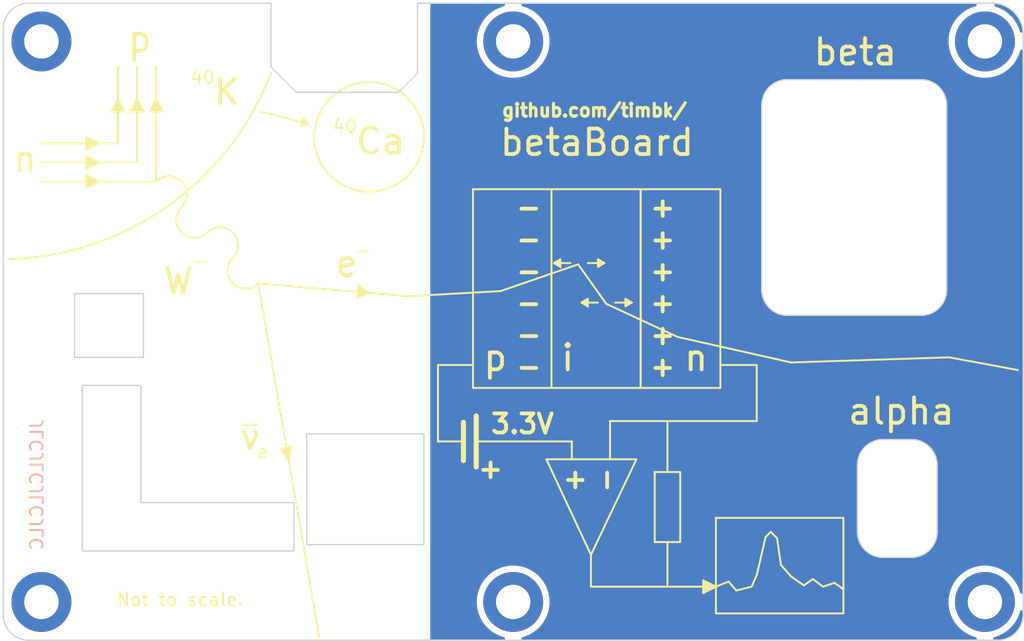
<source format=kicad_pcb>
(kicad_pcb (version 20221018) (generator pcbnew)
  (layers (0 "F.Cu" signal) (31 "B.Cu" signal) (34 "B.Paste" user) (35 "F.Paste" user) (36 "B.SilkS" user "B.Silkscreen") (37 "F.SilkS" user "F.Silkscreen") (38 "B.Mask" user) (39 "F.Mask" user) (44 "Edge.Cuts" user))
  (net 0 "")
  (net 1 "gnd")
  (footprint "MountingHole:MountingHole_2.2mm_M2" (layer "F.Cu") (at 80 77.25)
    (fp_text reference "REF**" hide)
    (fp_text value "MountingHole_2.2mm_M2")
    (pad "" np_thru_hole circle (at 0 0) (size 2.2 2.2) (drill 2.2) (layers "*.Cu" "*.Mask"))
  )
  (footprint "betaBoard:betaBoard_r2.0_outlines" (layer "F.Cu") (at 50 50)
    (fp_text reference "REF**" hide)
    (fp_text value "betaBoard_r2.0_outlines" hide)
    (fp_line (start 0 48) (end 0 2) (stroke (width 0.1)) (layer "Edge.Cuts"))
    (fp_line (start 2 0) (end 13.7416 0) (stroke (width 0.1)) (layer "Edge.Cuts"))
    (fp_line (start 13.7416 0) (end 21 0) (stroke (width 0.1)) (layer "Edge.Cuts"))
    (fp_line (start 37 0) (end 77.502643 0) (stroke (width 0.1)) (layer "Edge.Cuts"))
    (fp_line (start 78 50) (end 2 50) (stroke (width 0.1)) (layer "Edge.Cuts"))
    (fp_line (start 80 2.5) (end 80 48) (stroke (width 0.1)) (layer "Edge.Cuts"))
    (fp_arc (start 0 2) (mid 0.585786 0.585786) (end 2 0) (stroke (width 0.1)) (layer "Edge.Cuts"))
    (fp_arc (start 2 50) (mid 0.585786 49.414214) (end 0 48) (stroke (width 0.1)) (layer "Edge.Cuts"))
    (fp_arc (start 77.502643 0) (mid 79.286007 0.716653) (end 80.002643 2.5) (stroke (width 0.1)) (layer "Edge.Cuts"))
    (fp_arc (start 80 48) (mid 79.414214 49.414214) (end 78 50) (stroke (width 0.1)) (layer "Edge.Cuts"))
    (pad "1" thru_hole circle locked (at 3 3) (size 4.7 4.7) (drill 2.7) (layers "*.Cu" "*.Mask"))
    (pad "1" thru_hole circle locked (at 3 47) (size 4.7 4.7) (drill 2.7) (layers "*.Cu" "*.Mask"))
    (pad "1" thru_hole circle locked (at 40 3) (size 4.7 4.7) (drill 2.7) (layers "*.Cu" "*.Mask"))
    (pad "1" thru_hole circle locked (at 40 47 45) (size 4.7 4.7) (drill 2.7) (layers "*.Cu" "*.Mask"))
    (pad "1" thru_hole circle locked (at 77 3 45) (size 4.7 4.7) (drill 2.7) (layers "*.Cu" "*.Mask"))
    (pad "1" thru_hole circle locked (at 77 47 45) (size 4.7 4.7) (drill 2.7) (layers "*.Cu" "*.Mask"))
  )
  (gr_line (start 113.5 95.2) (end 114.3 95.8) (stroke (width 0.15)) (layer "F.SilkS"))
  (gr_poly (pts (xy 60 58.5) (xy 60.5 57.5) (xy 61 58.5)) (stroke (width 0.15)) (fill solid) (layer "F.SilkS"))
  (gr_line (start 84.1 78.4) (end 84.1 84.4) (stroke (width 0.15)) (layer "F.SilkS"))
  (gr_poly (pts (xy 92.6 85.8) (xy 99.667518 85.8) (xy 96.1 93.3)) (stroke (width 0.15)) (fill none) (layer "F.SilkS"))
  (gr_circle (center 78.698838 60.5) (end 82.198838 58) (stroke (width 0.15)) (fill none) (layer "F.SilkS"))
  (gr_line (start 97.6 82.8) (end 97.6 85.8) (stroke (width 0.15)) (layer "F.SilkS"))
  (gr_line (start 109.1 78.4) (end 106.25 78.4) (stroke (width 0.15)) (layer "F.SilkS"))
  (gr_line (start 87.1 82.4) (end 87.1 86.4) (stroke (width 0.4)) (layer "F.SilkS"))
  (gr_line (start 59 61) (end 59 55) (stroke (width 0.15)) (layer "F.SilkS"))
  (gr_arc (start 66 68) (mid 68 68) (end 68 70) (stroke (width 0.15)) (layer "F.SilkS"))
  (gr_poly (pts (xy 58.5 58.5) (xy 59 57.5) (xy 59.5 58.5)) (stroke (width 0.15)) (fill solid) (layer "F.SilkS"))
  (gr_line (start 102.1 92.3) (end 102.1 95.8) (stroke (width 0.15)) (layer "F.SilkS"))
  (gr_poly (pts (xy 61.5 58.5) (xy 62 57.5) (xy 62.5 58.5)) (stroke (width 0.15)) (fill solid) (layer "F.SilkS"))
  (gr_line (start 102.1 82.8) (end 102.1 86.8) (stroke (width 0.15)) (layer "F.SilkS"))
  (gr_line (start 105.9 95.8) (end 106.9 95.4) (stroke (width 0.15)) (layer "F.SilkS"))
  (gr_line (start 86.75 78.4) (end 84.1 78.4) (stroke (width 0.15)) (layer "F.SilkS"))
  (gr_line (start 111 94.1) (end 111.8 95) (stroke (width 0.15)) (layer "F.SilkS"))
  (gr_poly (pts (xy 78.65 72.75) (xy 77.85 72.1) (xy 77.75 73.15) (xy 78.65 72.75)) (stroke (width 0.15)) (fill solid) (layer "F.SilkS"))
  (gr_arc (start 62 64) (mid 64 64) (end 64 66) (stroke (width 0.15)) (layer "F.SilkS"))
  (gr_line (start 97.6 82.8) (end 102.1 82.8) (stroke (width 0.15)) (layer "F.SilkS"))
  (gr_poly (pts (xy 56.5 63.5) (xy 57.5 64) (xy 56.5 64.5)) (stroke (width 0.15)) (fill solid) (layer "F.SilkS"))
  (gr_line (start 97.3 73.6) (end 102.9 76.2) (stroke (width 0.15)) (layer "F.SilkS"))
  (gr_line (start 81.8 73) (end 89 72.6) (stroke (width 0.15)) (layer "F.SilkS"))
  (gr_line (start 102.1 95.8) (end 105.8 95.8) (stroke (width 0.15)) (layer "F.SilkS"))
  (gr_rect (start 100 64.6) (end 106.25 80.2) (stroke (width 0.15)) (fill none) (layer "F.SilkS"))
  (gr_poly (pts (xy 104.9 95.3) (xy 105.9 95.8) (xy 104.9 96.3)) (stroke (width 0.15)) (fill solid) (layer "F.SilkS"))
  (gr_line (start 70.25 58.5) (end 74 59.5) (stroke (width 0.15)) (layer "F.SilkS"))
  (gr_line (start 98 73.5) (end 99.3 73.5) (stroke (width 0.15)) (layer "F.SilkS"))
  (gr_arc (start 71 55.5) (mid 62.911679 65.923873) (end 50.391835 70.086995) (stroke (width 0.15)) (layer "F.SilkS"))
  (gr_line (start 94.5 70.4) (end 93.2 70.4) (stroke (width 0.15)) (layer "F.SilkS"))
  (gr_line (start 109.1 94.9) (end 109.8 91.9) (stroke (width 0.15)) (layer "F.SilkS"))
  (gr_line (start 109.1 82.8) (end 102.1 82.8) (stroke (width 0.15)) (layer "F.SilkS"))
  (gr_line (start 109.8 91.9) (end 110.2 91.5) (stroke (width 0.15)) (layer "F.SilkS"))
  (gr_line (start 95.1 70.5) (end 97.3 73.6) (stroke (width 0.15)) (layer "F.SilkS"))
  (gr_line (start 110.2 91.5) (end 110.7 92) (stroke (width 0.15)) (layer "F.SilkS"))
  (gr_rect (start 105.9 90.4) (end 115.9 97.9) (stroke (width 0.15)) (fill none) (layer "F.SilkS"))
  (gr_line (start 124.2 77.8) (end 129.6 78.8) (stroke (width 0.15)) (layer "F.SilkS"))
  (gr_line (start 109.1 78.4) (end 109.1 82.8) (stroke (width 0.15)) (layer "F.SilkS"))
  (gr_line (start 115.2 95.5) (end 115.9 96) (stroke (width 0.15)) (layer "F.SilkS"))
  (gr_line (start 96.1 95.8) (end 96.1 93.3) (stroke (width 0.15)) (layer "F.SilkS"))
  (gr_line (start 102.9 76.2) (end 111.8 78.2) (stroke (width 0.15)) (layer "F.SilkS"))
  (gr_poly (pts (xy 56.5 60.5) (xy 57.5 61) (xy 56.5 61.5)) (stroke (width 0.15)) (fill solid) (layer "F.SilkS"))
  (gr_line (start 53 61) (end 59 61) (stroke (width 0.15)) (layer "F.SilkS"))
  (gr_line (start 86.1 82.9) (end 86.1 85.9) (stroke (width 0.4)) (layer "F.SilkS"))
  (gr_line (start 84.1 84.4) (end 86.1 84.4) (stroke (width 0.15)) (layer "F.SilkS"))
  (gr_poly (pts (xy 95.35 73.5) (xy 95.85 73.8) (xy 95.85 73.2)) (stroke (width 0.15)) (fill solid) (layer "F.SilkS"))
  (gr_arc (start 70 72) (mid 68 72) (end 68 70) (stroke (width 0.15)) (layer "F.SilkS"))
  (gr_line (start 62 64) (end 62 55) (stroke (width 0.15)) (layer "F.SilkS"))
  (gr_line (start 112.8 95.7) (end 113.5 95.2) (stroke (width 0.15)) (layer "F.SilkS"))
  (gr_poly (pts (xy 97.15 70.4) (xy 96.65 70.1) (xy 96.65 70.7)) (stroke (width 0.15)) (fill solid) (layer "F.SilkS"))
  (gr_line (start 111.8 78.2) (end 124.2 77.8) (stroke (width 0.15)) (layer "F.SilkS"))
  (gr_line (start 107.5 96.1) (end 108.7 95.8) (stroke (width 0.15)) (layer "F.SilkS"))
  (gr_rect (start 93 64.6) (end 100 80.2) (stroke (width 0.15)) (fill none) (layer "F.SilkS"))
  (gr_line (start 53 62.5) (end 60.5 62.5) (stroke (width 0.15)) (layer "F.SilkS"))
  (gr_poly (pts (xy 93.2 70.4) (xy 93.7 70.7) (xy 93.7 70.1)) (stroke (width 0.15)) (fill solid) (layer "F.SilkS"))
  (gr_line (start 95.85 70.4) (end 97.15 70.4) (stroke (width 0.15)) (layer "F.SilkS"))
  (gr_line (start 108.7 95.8) (end 109.1 94.9) (stroke (width 0.15)) (layer "F.SilkS"))
  (gr_poly (pts (xy 72.4 85.9) (xy 72.6 84.8) (xy 71.8 85)) (stroke (width 0.15)) (fill solid) (layer "F.SilkS"))
  (gr_line (start 102.1 95.8) (end 96.1 95.8) (stroke (width 0.15)) (layer "F.SilkS"))
  (gr_line (start 111.8 95) (end 112.8 95.7) (stroke (width 0.15)) (layer "F.SilkS"))
  (gr_line (start 94.6 84.4) (end 94.6 85.8) (stroke (width 0.15)) (layer "F.SilkS"))
  (gr_line (start 70 72) (end 74.8 99.8) (stroke (width 0.15)) (layer "F.SilkS"))
  (gr_line (start 70 72) (end 81.8 73) (stroke (width 0.15)) (layer "F.SilkS"))
  (gr_rect (start 101.1 86.8) (end 103.1 92.3) (stroke (width 0.15)) (fill none) (layer "F.SilkS"))
  (gr_line (start 114.3 95.8) (end 115.2 95.5) (stroke (width 0.15)) (layer "F.SilkS"))
  (gr_line (start 110.7 92) (end 111 94.1) (stroke (width 0.15)) (layer "F.SilkS"))
  (gr_line (start 53 64) (end 62 64) (stroke (width 0.15)) (layer "F.SilkS"))
  (gr_line (start 96.65 73.5) (end 95.35 73.5) (stroke (width 0.15)) (layer "F.SilkS"))
  (gr_line (start 87.1 84.4) (end 94.6 84.4) (stroke (width 0.15)) (layer "F.SilkS"))
  (gr_poly (pts (xy 56.5 62) (xy 57.5 62.5) (xy 56.5 63)) (stroke (width 0.15)) (fill solid) (layer "F.SilkS"))
  (gr_line (start 106.9 95.4) (end 107.5 96.1) (stroke (width 0.15)) (layer "F.SilkS"))
  (gr_poly (pts (xy 99.3 73.5) (xy 98.8 73.2) (xy 98.8 73.8)) (stroke (width 0.15)) (fill solid) (layer "F.SilkS"))
  (gr_poly (pts (xy 74 59.5) (xy 73.5 59) (xy 73.35 59.65)) (stroke (width 0.15)) (fill solid) (layer "F.SilkS"))
  (gr_rect (start 86.85 64.6) (end 93 80.2) (stroke (width 0.15)) (fill none) (layer "F.SilkS"))
  (gr_arc (start 66 68) (mid 64 68) (end 64 66) (stroke (width 0.15)) (layer "F.SilkS"))
  (gr_line (start 89 72.6) (end 95.1 70.5) (stroke (width 0.15)) (layer "F.SilkS"))
  (gr_line (start 60.5 62.5) (end 60.5 55) (stroke (width 0.15)) (layer "F.SilkS"))
  (gr_arc (start 109.5 58) (mid 110.085786 56.585786) (end 111.5 56) (stroke (width 0.1)) (layer "Edge.Cuts"))
  (gr_line (start 117 91.5) (end 117 86.25) (stroke (width 0.1)) (layer "Edge.Cuts"))
  (gr_line (start 73 57) (end 71 55) (stroke (width 0.1)) (layer "Edge.Cuts"))
  (gr_line (start 82.5 50) (end 82.5 55.5) (stroke (width 0.1)) (layer "Edge.Cuts"))
  (gr_line (start 81 57) (end 73 57) (stroke (width 0.1)) (layer "Edge.Cuts"))
  (gr_arc (start 111.5 74.5) (mid 110.085786 73.914214) (end 109.5 72.5) (stroke (width 0.1)) (layer "Edge.Cuts"))
  (gr_line (start 121.25 84.25) (end 119 84.25) (stroke (width 0.1)) (layer "Edge.Cuts"))
  (gr_line (start 72.8 93) (end 72.8 89.2) (stroke (width 0.1)) (layer "Edge.Cuts"))
  (gr_line (start 56.2 93) (end 72.8 93) (stroke (width 0.1)) (layer "Edge.Cuts"))
  (gr_line (start 122 74.5) (end 111.5 74.5) (stroke (width 0.1)) (layer "Edge.Cuts"))
  (gr_line (start 71 55) (end 71 50) (stroke (width 0.1)) (layer "Edge.Cuts"))
  (gr_line (start 72.8 89.2) (end 60.8 89.2) (stroke (width 0.1)) (layer "Edge.Cuts"))
  (gr_rect (start 55.6 72.8) (end 61 77.8) (stroke (width 0.1)) (fill none) (layer "Edge.Cuts"))
  (gr_line (start 123.25 86.25) (end 123.25 91.5) (stroke (width 0.1)) (layer "Edge.Cuts"))
  (gr_arc (start 117 86.25) (mid 117.585786 84.835786) (end 119 84.25) (stroke (width 0.1)) (layer "Edge.Cuts"))
  (gr_rect (start 73.8 83.8) (end 83 92.5) (stroke (width 0.1)) (fill none) (layer "Edge.Cuts"))
  (gr_line (start 87 50) (end 82.5 50) (stroke (width 0.1)) (layer "Edge.Cuts"))
  (gr_arc (start 123.25 91.5) (mid 122.664214 92.914214) (end 121.25 93.5) (stroke (width 0.1)) (layer "Edge.Cuts"))
  (gr_arc (start 119 93.5) (mid 117.585786 92.914214) (end 117 91.5) (stroke (width 0.1)) (layer "Edge.Cuts"))
  (gr_line (start 109.5 72.5) (end 109.5 58) (stroke (width 0.1)) (layer "Edge.Cuts"))
  (gr_line (start 56.2 80) (end 56.2 93) (stroke (width 0.1)) (layer "Edge.Cuts"))
  (gr_line (start 121.25 93.5) (end 119 93.5) (stroke (width 0.1)) (layer "Edge.Cuts"))
  (gr_arc (start 121.25 84.25) (mid 122.664214 84.835786) (end 123.25 86.25) (stroke (width 0.1)) (layer "Edge.Cuts"))
  (gr_line (start 82.5 55.5) (end 81 57) (stroke (width 0.1)) (layer "Edge.Cuts"))
  (gr_arc (start 122 56) (mid 123.414214 56.585786) (end 124 58) (stroke (width 0.1)) (layer "Edge.Cuts"))
  (gr_arc (start 124 72.5) (mid 123.414214 73.914214) (end 122 74.5) (stroke (width 0.1)) (layer "Edge.Cuts"))
  (gr_line (start 60.8 80) (end 60.8 89.2) (stroke (width 0.1)) (layer "Edge.Cuts"))
  (gr_line (start 124 58) (end 124 72.5) (stroke (width 0.1)) (layer "Edge.Cuts"))
  (gr_line (start 111.5 56) (end 122 56) (stroke (width 0.1)) (layer "Edge.Cuts"))
  (gr_line (start 60.8 80) (end 56.2 80) (stroke (width 0.1)) (layer "Edge.Cuts"))
  (gr_text "JLCJLCJLCJLC" (at 53.225 82.55 90) (layer "B.SilkS") (effects (font (size 1 1)) (justify left bottom mirror)))
  (gr_text "+" (at 100.6 66.9) (layer "F.SilkS") (effects (font (size 1.5 1.5) (thickness 0.3)) (justify left bottom)))
  (gr_text "n" (at 50.6 63.4) (layer "F.SilkS") (effects (font (size 2 2) (thickness 0.3)) (justify left bottom)))
  (gr_text "p" (at 59.6 54) (layer "F.SilkS") (effects (font (size 2 2) (thickness 0.3)) (justify left bottom)))
  (gr_text "-" (at 77.5 70) (layer "F.SilkS") (effects (font (size 1 1)) (justify left bottom)))
  (gr_text "40" (at 75.75 60.25) (layer "F.SilkS") (effects (font (size 1 1)) (justify left bottom)))
  (gr_text "n" (at 103.25 79) (layer "F.SilkS") (effects (font (size 2 2) (thickness 0.3)) (justify left bottom)))
  (gr_text "+" (at 100.6 74.4) (layer "F.SilkS") (effects (font (size 1.5 1.5) (thickness 0.3)) (justify left bottom)))
  (gr_text "+" (at 94.1 86.3 -90) (layer "F.SilkS") (effects (font (size 1.5 1.5) (thickness 0.3)) (justify left bottom)))
  (gr_text "-" (at 90.1 66.9) (layer "F.SilkS") (effects (font (size 1.5 1.5) (thickness 0.3)) (justify left bottom)))
  (gr_text "3.3V" (at 88.1 83.9) (layer "F.SilkS") (effects (font (size 1.5 1.5) (thickness 0.3)) (justify left bottom)))
  (gr_text "+" (at 87.1 87.4) (layer "F.SilkS") (effects (font (size 1.5 1.5) (thickness 0.3)) (justify left bottom)))
  (gr_text "beta" (at 113.4 55) (layer "F.SilkS") (effects (font (size 2 2) (thickness 0.3)) (justify left bottom)))
  (gr_text "+" (at 100.6 76.9) (layer "F.SilkS") (effects (font (size 1.5 1.5) (thickness 0.3)) (justify left bottom)))
  (gr_text "-" (at 90.1 74.4) (layer "F.SilkS") (effects (font (size 1.5 1.5) (thickness 0.3)) (justify left bottom)))
  (gr_text "i" (at 93.6 79) (layer "F.SilkS") (effects (font (size 2 2) (thickness 0.3)) (justify left bottom)))
  (gr_text "e" (at 69.8 85.8) (layer "F.SilkS") (effects (font (size 1 1)) (justify left bottom)))
  (gr_text "p" (at 87.5 79) (layer "F.SilkS") (effects (font (size 2 2) (thickness 0.3)) (justify left bottom)))
  (gr_text "alpha" (at 116.1 83.2) (layer "F.SilkS") (effects (font (size 2 2) (thickness 0.3)) (justify left bottom)))
  (gr_text "e" (at 75.9 71.6) (layer "F.SilkS") (effects (font (size 2 2) (thickness 0.3)) (justify left bottom)))
  (gr_text "-" (at 90.1 79.4) (layer "F.SilkS") (effects (font (size 1.5 1.5) (thickness 0.3)) (justify left bottom)))
  (gr_text "40" (at 64.6 56.4) (layer "F.SilkS") (effects (font (size 1 1)) (justify left bottom)))
  (gr_text "Not to scale." (at 58.8 97.4) (layer "F.SilkS") (effects (font (size 1 1)) (justify left bottom)))
  (gr_text "-" (at 96.6 86.3 -90) (layer "F.SilkS") (effects (font (size 1.5 1.5) (thickness 0.3)) (justify left bottom)))
  (gr_text "-" (at 68.3 83.6) (layer "F.SilkS") (effects (font (size 1 1.5)) (justify left bottom)))
  (gr_text "Ca" (at 77.5 62) (layer "F.SilkS") (effects (font (size 2 2) (thickness 0.3)) (justify left bottom)))
  (gr_text "+" (at 100.6 79.4) (layer "F.SilkS") (effects (font (size 1.5 1.5) (thickness 0.3)) (justify left bottom)))
  (gr_text "ν" (at 68.4 85.2) (layer "F.SilkS") (effects (font (size 2 2) (thickness 0.3)) (justify left bottom)))
  (gr_text "K" (at 66.35 58.15) (layer "F.SilkS") (effects (font (size 2 2) (thickness 0.3)) (justify left bottom)))
  (gr_text "+" (at 100.6 69.4) (layer "F.SilkS") (effects (font (size 1.5 1.5) (thickness 0.3)) (justify left bottom)))
  (gr_text "github.com/timbk/" (at 89 59) (layer "F.SilkS") (effects (font (size 1 1) (thickness 0.25)) (justify left bottom)))
  (gr_text "-" (at 90.1 69.4) (layer "F.SilkS") (effects (font (size 1.5 1.5) (thickness 0.3)) (justify left bottom)))
  (gr_text "-" (at 64.8 70.8) (layer "F.SilkS") (effects (font (size 1 1)) (justify left bottom)))
  (gr_text "betaBoard" (at 88.8 62.1) (layer "F.SilkS") (effects (font (size 2 2) (thickness 0.3)) (justify left bottom)))
  (gr_text "+" (at 100.6 71.9) (layer "F.SilkS") (effects (font (size 1.5 1.5) (thickness 0.3)) (justify left bottom)))
  (gr_text "W" (at 62.4 73) (layer "F.SilkS") (effects (font (size 2 2) (thickness 0.3)) (justify left bottom)))
  (gr_text "-" (at 90.1 76.9) (layer "F.SilkS") (effects (font (size 1.5 1.5) (thickness 0.3)) (justify left bottom)))
  (gr_text "-" (at 90.1 71.9) (layer "F.SilkS") (effects (font (size 1.5 1.5) (thickness 0.3)) (justify left bottom)))
  (zone (net 1) (net_name "gnd") (layer "B.Cu") (connect_pads (clearance 0.5)) (min_thickness 0.25) (fill yes (thermal_gap 0.5) (thermal_bridge_width 0.5) (island_removal_mode 1) (island_area_min 10))
    (polygon (pts (xy 130 50) (xy 130 100) (xy 83.5 100) (xy 83.5 50)))
  )
)
</source>
